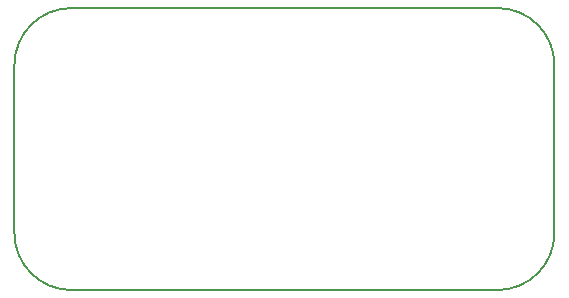
<source format=gbr>
G04 #@! TF.GenerationSoftware,KiCad,Pcbnew,(5.0.1-3-g963ef8bb5)*
G04 #@! TF.CreationDate,2019-05-10T17:58:09-07:00*
G04 #@! TF.ProjectId,NixieDriver,4E697869654472697665722E6B696361,rev?*
G04 #@! TF.SameCoordinates,Original*
G04 #@! TF.FileFunction,Profile,NP*
%FSLAX46Y46*%
G04 Gerber Fmt 4.6, Leading zero omitted, Abs format (unit mm)*
G04 Created by KiCad (PCBNEW (5.0.1-3-g963ef8bb5)) date Friday, May 10, 2019 at 05:58:09 PM*
%MOMM*%
%LPD*%
G01*
G04 APERTURE LIST*
%ADD10C,0.150000*%
G04 APERTURE END LIST*
D10*
X106426000Y-105918000D02*
X142494000Y-105918000D01*
X101600000Y-86868000D02*
X101600000Y-101092000D01*
X142494000Y-82042000D02*
X106426000Y-82042000D01*
X147320000Y-101092000D02*
X147320000Y-86868000D01*
X106426000Y-105918000D02*
G75*
G02X101600000Y-101092000I0J4826000D01*
G01*
X147320000Y-101092000D02*
G75*
G02X142494000Y-105918000I-4826000J0D01*
G01*
X142494000Y-82042000D02*
G75*
G02X147320000Y-86868000I0J-4826000D01*
G01*
X101600000Y-86868000D02*
G75*
G02X106426000Y-82042000I4826000J0D01*
G01*
M02*

</source>
